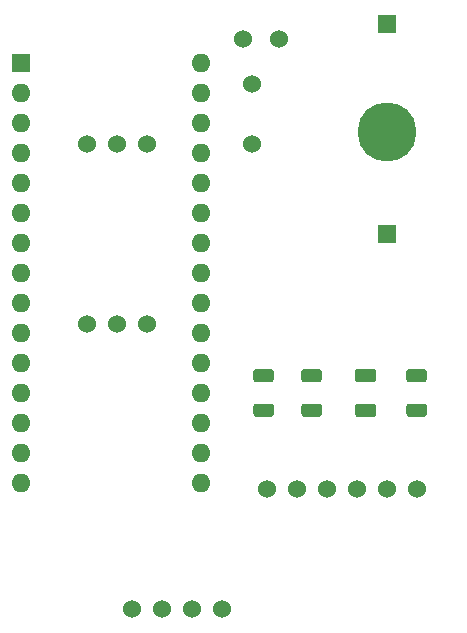
<source format=gbr>
%TF.GenerationSoftware,KiCad,Pcbnew,(5.1.10)-1*%
%TF.CreationDate,2021-10-20T12:04:41-04:00*%
%TF.ProjectId,mainboard,6d61696e-626f-4617-9264-2e6b69636164,rev?*%
%TF.SameCoordinates,Original*%
%TF.FileFunction,Soldermask,Bot*%
%TF.FilePolarity,Negative*%
%FSLAX46Y46*%
G04 Gerber Fmt 4.6, Leading zero omitted, Abs format (unit mm)*
G04 Created by KiCad (PCBNEW (5.1.10)-1) date 2021-10-20 12:04:41*
%MOMM*%
%LPD*%
G01*
G04 APERTURE LIST*
%ADD10R,1.600000X1.600000*%
%ADD11O,1.600000X1.600000*%
%ADD12R,1.524000X1.524000*%
%ADD13C,5.000000*%
%ADD14C,1.524000*%
G04 APERTURE END LIST*
D10*
%TO.C,A1*%
X90932000Y-57912000D03*
D11*
X106172000Y-90932000D03*
X90932000Y-60452000D03*
X106172000Y-88392000D03*
X90932000Y-62992000D03*
X106172000Y-85852000D03*
X90932000Y-65532000D03*
X106172000Y-83312000D03*
X90932000Y-68072000D03*
X106172000Y-80772000D03*
X90932000Y-70612000D03*
X106172000Y-78232000D03*
X90932000Y-73152000D03*
X106172000Y-75692000D03*
X90932000Y-75692000D03*
X106172000Y-73152000D03*
X90932000Y-78232000D03*
X106172000Y-70612000D03*
X90932000Y-80772000D03*
X106172000Y-68072000D03*
X90932000Y-83312000D03*
X106172000Y-65532000D03*
X90932000Y-85852000D03*
X106172000Y-62992000D03*
X90932000Y-88392000D03*
X106172000Y-60452000D03*
X90932000Y-90932000D03*
X106172000Y-57912000D03*
X90932000Y-93472000D03*
X106172000Y-93472000D03*
%TD*%
D12*
%TO.C,U2*%
X121920000Y-72390000D03*
X121920000Y-54610000D03*
D13*
X121920000Y-63754000D03*
%TD*%
%TO.C,10K1*%
G36*
G01*
X125085003Y-87877000D02*
X123834997Y-87877000D01*
G75*
G02*
X123585000Y-87627003I0J249997D01*
G01*
X123585000Y-87001997D01*
G75*
G02*
X123834997Y-86752000I249997J0D01*
G01*
X125085003Y-86752000D01*
G75*
G02*
X125335000Y-87001997I0J-249997D01*
G01*
X125335000Y-87627003D01*
G75*
G02*
X125085003Y-87877000I-249997J0D01*
G01*
G37*
G36*
G01*
X125085003Y-84952000D02*
X123834997Y-84952000D01*
G75*
G02*
X123585000Y-84702003I0J249997D01*
G01*
X123585000Y-84076997D01*
G75*
G02*
X123834997Y-83827000I249997J0D01*
G01*
X125085003Y-83827000D01*
G75*
G02*
X125335000Y-84076997I0J-249997D01*
G01*
X125335000Y-84702003D01*
G75*
G02*
X125085003Y-84952000I-249997J0D01*
G01*
G37*
%TD*%
%TO.C,4.7k1*%
G36*
G01*
X116195003Y-87877000D02*
X114944997Y-87877000D01*
G75*
G02*
X114695000Y-87627003I0J249997D01*
G01*
X114695000Y-87001997D01*
G75*
G02*
X114944997Y-86752000I249997J0D01*
G01*
X116195003Y-86752000D01*
G75*
G02*
X116445000Y-87001997I0J-249997D01*
G01*
X116445000Y-87627003D01*
G75*
G02*
X116195003Y-87877000I-249997J0D01*
G01*
G37*
G36*
G01*
X116195003Y-84952000D02*
X114944997Y-84952000D01*
G75*
G02*
X114695000Y-84702003I0J249997D01*
G01*
X114695000Y-84076997D01*
G75*
G02*
X114944997Y-83827000I249997J0D01*
G01*
X116195003Y-83827000D01*
G75*
G02*
X116445000Y-84076997I0J-249997D01*
G01*
X116445000Y-84702003D01*
G75*
G02*
X116195003Y-84952000I-249997J0D01*
G01*
G37*
%TD*%
%TO.C,C1*%
G36*
G01*
X120792001Y-87902000D02*
X119491999Y-87902000D01*
G75*
G02*
X119242000Y-87652001I0J249999D01*
G01*
X119242000Y-87001999D01*
G75*
G02*
X119491999Y-86752000I249999J0D01*
G01*
X120792001Y-86752000D01*
G75*
G02*
X121042000Y-87001999I0J-249999D01*
G01*
X121042000Y-87652001D01*
G75*
G02*
X120792001Y-87902000I-249999J0D01*
G01*
G37*
G36*
G01*
X120792001Y-84952000D02*
X119491999Y-84952000D01*
G75*
G02*
X119242000Y-84702001I0J249999D01*
G01*
X119242000Y-84051999D01*
G75*
G02*
X119491999Y-83802000I249999J0D01*
G01*
X120792001Y-83802000D01*
G75*
G02*
X121042000Y-84051999I0J-249999D01*
G01*
X121042000Y-84702001D01*
G75*
G02*
X120792001Y-84952000I-249999J0D01*
G01*
G37*
%TD*%
%TO.C,R4*%
G36*
G01*
X112131003Y-84952000D02*
X110880997Y-84952000D01*
G75*
G02*
X110631000Y-84702003I0J249997D01*
G01*
X110631000Y-84076997D01*
G75*
G02*
X110880997Y-83827000I249997J0D01*
G01*
X112131003Y-83827000D01*
G75*
G02*
X112381000Y-84076997I0J-249997D01*
G01*
X112381000Y-84702003D01*
G75*
G02*
X112131003Y-84952000I-249997J0D01*
G01*
G37*
G36*
G01*
X112131003Y-87877000D02*
X110880997Y-87877000D01*
G75*
G02*
X110631000Y-87627003I0J249997D01*
G01*
X110631000Y-87001997D01*
G75*
G02*
X110880997Y-86752000I249997J0D01*
G01*
X112131003Y-86752000D01*
G75*
G02*
X112381000Y-87001997I0J-249997D01*
G01*
X112381000Y-87627003D01*
G75*
G02*
X112131003Y-87877000I-249997J0D01*
G01*
G37*
%TD*%
D14*
%TO.C,U4*%
X111760000Y-93980000D03*
X114300000Y-93980000D03*
X116840000Y-93980000D03*
X119380000Y-93980000D03*
X121920000Y-93980000D03*
X124460000Y-93980000D03*
%TD*%
%TO.C,U3*%
X100330000Y-104140000D03*
X102870000Y-104140000D03*
X105410000Y-104140000D03*
X107950000Y-104140000D03*
%TD*%
%TO.C,U7*%
X110490000Y-59690000D03*
X110490000Y-64770000D03*
%TD*%
%TO.C,U6*%
X96520000Y-80010000D03*
X99060000Y-80010000D03*
X101600000Y-80010000D03*
X96520000Y-64770000D03*
X99060000Y-64770000D03*
X101600000Y-64770000D03*
%TD*%
%TO.C,U5*%
X112776000Y-55880000D03*
X109728000Y-55880000D03*
%TD*%
M02*

</source>
